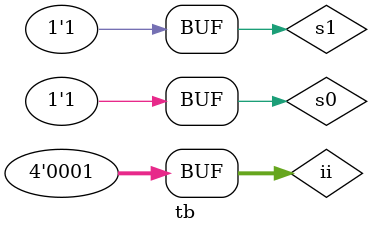
<source format=v>
module tb;
reg [0:3] ii;
reg s0;
reg s1;
wire yy;

initial
begin
$dumpfile("MUX4_test.vcd");
$dumpvars(0, tb);
end

mux4 newMUX(.i(ii), .j0(s0),.j1(s1),.o(yy));

initial
begin
$monitor($time, " i = %b, j0 = %b, j1 = %b, o = %b", ii, s0, s1, yy);
#0 ii = 4'b0000; s0=1'b0; s1=1'b0;
#5 ii = 4'b1000; s0=1'b0; s1=1'b0;
#5 ii = 4'b0000; s0=1'b0; s1=1'b1;
#5 ii = 4'b0100; s0=1'b0; s1=1'b1;
#5 ii = 4'b0000; s0=1'b1; s1=1'b0;
#5 ii = 4'b0010; s0=1'b1; s1=1'b0;
#5 ii = 4'b0000; s0=1'b1; s1=1'b1;
#5 ii = 4'b0001; s0=1'b1; s1=1'b1;
end
endmodule



</source>
